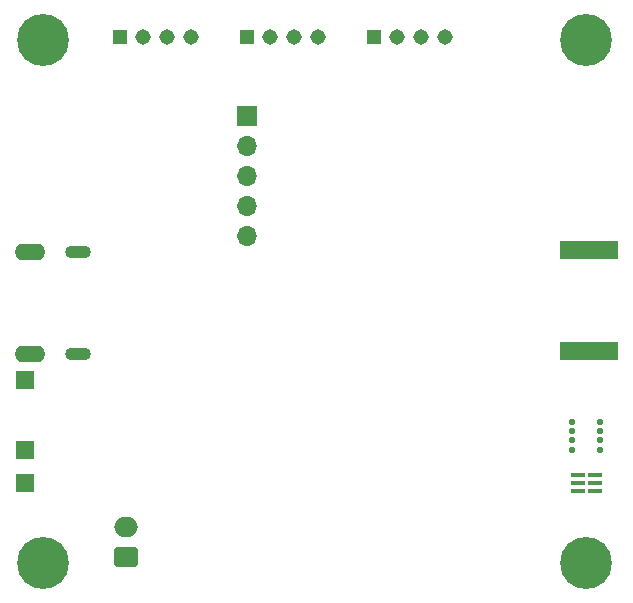
<source format=gbr>
%TF.GenerationSoftware,KiCad,Pcbnew,(6.0.8)*%
%TF.CreationDate,2023-02-21T11:31:40+01:00*%
%TF.ProjectId,MuMo-v2-Node,4d754d6f-2d76-4322-9d4e-6f64652e6b69,rev?*%
%TF.SameCoordinates,Original*%
%TF.FileFunction,Soldermask,Bot*%
%TF.FilePolarity,Negative*%
%FSLAX46Y46*%
G04 Gerber Fmt 4.6, Leading zero omitted, Abs format (unit mm)*
G04 Created by KiCad (PCBNEW (6.0.8)) date 2023-02-21 11:31:40*
%MOMM*%
%LPD*%
G01*
G04 APERTURE LIST*
G04 Aperture macros list*
%AMRoundRect*
0 Rectangle with rounded corners*
0 $1 Rounding radius*
0 $2 $3 $4 $5 $6 $7 $8 $9 X,Y pos of 4 corners*
0 Add a 4 corners polygon primitive as box body*
4,1,4,$2,$3,$4,$5,$6,$7,$8,$9,$2,$3,0*
0 Add four circle primitives for the rounded corners*
1,1,$1+$1,$2,$3*
1,1,$1+$1,$4,$5*
1,1,$1+$1,$6,$7*
1,1,$1+$1,$8,$9*
0 Add four rect primitives between the rounded corners*
20,1,$1+$1,$2,$3,$4,$5,0*
20,1,$1+$1,$4,$5,$6,$7,0*
20,1,$1+$1,$6,$7,$8,$9,0*
20,1,$1+$1,$8,$9,$2,$3,0*%
G04 Aperture macros list end*
%ADD10R,1.700000X1.700000*%
%ADD11O,1.700000X1.700000*%
%ADD12R,1.500000X1.500000*%
%ADD13R,4.900000X1.600000*%
%ADD14R,1.308000X1.308000*%
%ADD15C,1.308000*%
%ADD16RoundRect,0.250000X0.750000X-0.600000X0.750000X0.600000X-0.750000X0.600000X-0.750000X-0.600000X0*%
%ADD17O,2.000000X1.700000*%
%ADD18O,2.200000X1.100000*%
%ADD19O,2.600000X1.400000*%
%ADD20C,4.400000*%
%ADD21RoundRect,0.125000X-0.137500X0.125000X-0.137500X-0.125000X0.137500X-0.125000X0.137500X0.125000X0*%
%ADD22R,1.200000X0.350000*%
G04 APERTURE END LIST*
D10*
%TO.C,CONN1*%
X163280800Y-67008000D03*
D11*
X163280800Y-69548000D03*
X163280800Y-72088000D03*
X163280800Y-74628000D03*
X163280800Y-77168000D03*
%TD*%
D12*
%TO.C,TP2*%
X144530800Y-95308000D03*
%TD*%
D13*
%TO.C,CONN5*%
X192280800Y-86868000D03*
X192280800Y-78348000D03*
%TD*%
D14*
%TO.C,CONN6*%
X174030800Y-60308000D03*
D15*
X176030800Y-60308000D03*
X178030800Y-60308000D03*
X180030800Y-60308000D03*
%TD*%
D16*
%TO.C,CONN2*%
X153030800Y-104308000D03*
D17*
X153030800Y-101808000D03*
%TD*%
D18*
%TO.C,CONN4*%
X148960000Y-87124000D03*
D19*
X144960000Y-87124000D03*
D18*
X148960000Y-78484000D03*
D19*
X144960000Y-78484000D03*
%TD*%
D12*
%TO.C,TP1*%
X144530800Y-98058000D03*
%TD*%
D14*
%TO.C,CONN8*%
X152530800Y-60308000D03*
D15*
X154530800Y-60308000D03*
X156530800Y-60308000D03*
X158530800Y-60308000D03*
%TD*%
D20*
%TO.C,H2*%
X192030800Y-104808000D03*
%TD*%
%TO.C,H3*%
X146030800Y-60558000D03*
%TD*%
%TO.C,H1*%
X192030800Y-60558000D03*
%TD*%
D12*
%TO.C,TP3*%
X144530800Y-89308000D03*
%TD*%
D20*
%TO.C,H4*%
X146030800Y-104808000D03*
%TD*%
D14*
%TO.C,CONN7*%
X163280800Y-60308000D03*
D15*
X165280800Y-60308000D03*
X167280800Y-60308000D03*
X169280800Y-60308000D03*
%TD*%
D21*
%TO.C,U5*%
X190843300Y-92858000D03*
X190843300Y-93658000D03*
X190843300Y-94458000D03*
X190843300Y-95258000D03*
X193218300Y-95258000D03*
X193218300Y-94458000D03*
X193218300Y-93658000D03*
X193218300Y-92858000D03*
%TD*%
D22*
%TO.C,U6*%
X192780800Y-97408000D03*
X192780800Y-98058000D03*
X192780800Y-98708000D03*
X191280800Y-98708000D03*
X191280800Y-98058000D03*
X191280800Y-97408000D03*
%TD*%
M02*

</source>
